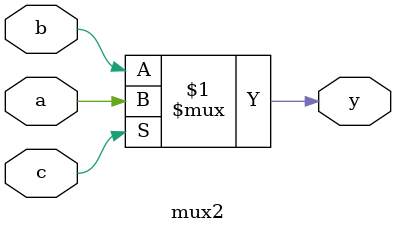
<source format=sv>
`timescale 1ns / 1ps


module mux2 ( input logic a, b, c, output logic y) ;

assign y = c ? a : b;
endmodule


</source>
